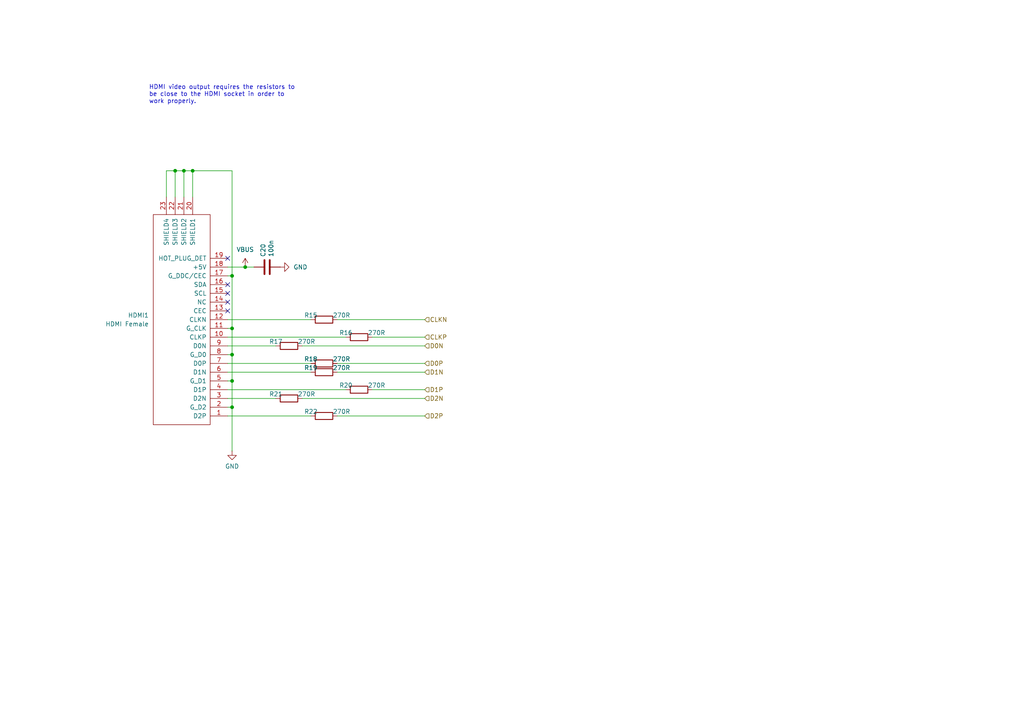
<source format=kicad_sch>
(kicad_sch (version 20231120) (generator "eeschema") (generator_version "8.0")
  (paper "A4")
  (title_block (title "MiniFRANK") (date "2025-01-14") (rev "2.0") (company "Mikhail Matveev") (comment 1 "https://github.com/xtremespb/frank"))
  (lib_symbols
    (symbol "Device:C" (pin_numbers hide) (pin_names (offset 0.254))
      (property "Reference" "C" (at 0.635 2.54 0))
      (property "Value" "C" (at 0.635 -2.54 0))
      (symbol "C_0_1"
        (polyline (pts (xy -2.032 -0.762) (xy 2.032 -0.762)) (stroke (width 0.508)))
        (polyline (pts (xy -2.032 0.762) (xy 2.032 0.762)) (stroke (width 0.508)))
      )
      (symbol "C_1_1"
        (pin passive line (at 0 3.81 270) (length 2.794) (name "~") (number "1"))
        (pin passive line (at 0 -3.81 90) (length 2.794) (name "~") (number "2"))
      )
    )
    (symbol "Device:R" (pin_numbers hide) (pin_names (offset 0))
      (property "Reference" "R" (at 2.032 0 90))
      (property "Value" "R" (at 0 0 90))
      (symbol "R_0_1"
        (rectangle (start -1.016 -2.54) (end 1.016 2.54) (stroke (width 0.254)))
      )
      (symbol "R_1_1"
        (pin passive line (at 0 3.81 270) (length 1.27) (name "~") (number "1"))
        (pin passive line (at 0 -3.81 90) (length 1.27) (name "~") (number "2"))
      )
    )
    (symbol "FRANK:HDMI" (pin_names (offset 1.016))
      (property "Reference" "HDMI1" (at 12.7 -16.5101 0))
      (property "Value" "HDMI" (at 12.7 -13.9701 0))
      (symbol "HDMI_0_1"
        (rectangle (start -5.08 15.24) (end 11.43 -45.72))
      )
      (symbol "HDMI_1_1"
        (pin input line (at -10.16 12.7 0) (length 5.08) (name "D2P") (number "1"))
        (pin input line (at -10.16 -10.16 0) (length 5.08) (name "CLKP") (number "10"))
        (pin input line (at -10.16 -12.7 0) (length 5.08) (name "G_CLK") (number "11"))
        (pin input line (at -10.16 -15.24 0) (length 5.08) (name "CLKN") (number "12"))
        (pin input line (at -10.16 -17.78 0) (length 5.08) (name "CEC") (number "13"))
        (pin input line (at -10.16 -20.32 0) (length 5.08) (name "NC") (number "14"))
        (pin input line (at -10.16 -22.86 0) (length 5.08) (name "SCL") (number "15"))
        (pin input line (at -10.16 -25.4 0) (length 5.08) (name "SDA") (number "16"))
        (pin input line (at -10.16 -27.94 0) (length 5.08) (name "G_DDC/CEC") (number "17"))
        (pin input line (at -10.16 -30.48 0) (length 5.08) (name "+5V") (number "18"))
        (pin input line (at -10.16 -33.02 0) (length 5.08) (name "HOT_PLUG_DET") (number "19"))
        (pin input line (at -10.16 10.16 0) (length 5.08) (name "G_D2") (number "2"))
        (pin input line (at 0 -50.8 90) (length 5.08) (name "SHIELD1") (number "20"))
        (pin input line (at 2.54 -50.8 90) (length 5.08) (name "SHIELD2") (number "21"))
        (pin input line (at 5.08 -50.8 90) (length 5.08) (name "SHIELD3") (number "22"))
        (pin input line (at 7.62 -50.8 90) (length 5.08) (name "SHIELD4") (number "23"))
        (pin input line (at -10.16 7.62 0) (length 5.08) (name "D2N") (number "3"))
        (pin input line (at -10.16 5.08 0) (length 5.08) (name "D1P") (number "4"))
        (pin input line (at -10.16 2.54 0) (length 5.08) (name "G_D1") (number "5"))
        (pin input line (at -10.16 0 0) (length 5.08) (name "D1N") (number "6"))
        (pin input line (at -10.16 -2.54 0) (length 5.08) (name "D0P") (number "7"))
        (pin input line (at -10.16 -5.08 0) (length 5.08) (name "G_D0") (number "8"))
        (pin input line (at -10.16 -7.62 0) (length 5.08) (name "D0N") (number "9"))
      )
    )
    (symbol "GND_1" (power) (pin_numbers hide) (pin_names (offset 0) hide)
      (property "Value" "GND" (at 0 -3.81 0))
      (symbol "GND_1_0_1"
        (polyline (pts (xy 0 0) (xy 0 -1.27) (xy 1.27 -1.27) (xy 0 -2.54) (xy -1.27 -1.27) (xy 0 -1.27)))
      )
      (symbol "GND_1_1_1"
        (pin power_in line (at 0 0 270) (length 0) (name "~") (number "1"))
      )
    )
    (symbol "power:GND" (power) (pin_numbers hide) (pin_names (offset 0) hide)
      (property "Value" "GND" (at 0 -3.81 0))
      (symbol "GND_0_1"
        (polyline (pts (xy 0 0) (xy 0 -1.27) (xy 1.27 -1.27) (xy 0 -2.54) (xy -1.27 -1.27) (xy 0 -1.27)))
      )
      (symbol "GND_1_1"
        (pin power_in line (at 0 0 270) (length 0) (name "~") (number "1"))
      )
    )
    (symbol "power:VBUS" (power) (pin_numbers hide) (pin_names (offset 0) hide)
      (property "Value" "VBUS" (at 0 3.556 0))
      (symbol "VBUS_0_1"
        (polyline (pts (xy -0.762 1.27) (xy 0 2.54)))
        (polyline (pts (xy 0 0) (xy 0 2.54)))
        (polyline (pts (xy 0 2.54) (xy 0.762 1.27)))
      )
      (symbol "VBUS_1_1"
        (pin power_in line (at 0 0 90) (length 0) (name "~") (number "1"))
      )
    )
  )
  (junction (at 71.12 77.47))
  (junction (at 67.31 110.49))
  (junction (at 50.8 49.53))
  (junction (at 67.31 80.01))
  (junction (at 67.31 95.25))
  (junction (at 67.31 118.11))
  (junction (at 55.88 49.53))
  (junction (at 67.31 102.87))
  (junction (at 53.34 49.53))
  (no_connect (at 66.04 90.17))
  (no_connect (at 66.04 85.09))
  (no_connect (at 66.04 87.63))
  (no_connect (at 66.04 74.93))
  (no_connect (at 66.04 82.55))
  (wire (pts (xy 66.04 95.25) (xy 67.31 95.25)))
  (wire (pts (xy 67.31 110.49) (xy 67.31 118.11)))
  (wire (pts (xy 66.04 105.41) (xy 90.17 105.41)))
  (wire (pts (xy 87.63 115.57) (xy 123.19 115.57)))
  (wire (pts (xy 66.04 120.65) (xy 90.17 120.65)))
  (wire (pts (xy 66.04 102.87) (xy 67.31 102.87)))
  (wire (pts (xy 67.31 49.53) (xy 55.88 49.53)))
  (wire (pts (xy 53.34 49.53) (xy 53.34 57.15)))
  (wire (pts (xy 87.63 100.33) (xy 123.19 100.33)))
  (wire (pts (xy 55.88 49.53) (xy 53.34 49.53)))
  (wire (pts (xy 107.95 113.03) (xy 123.19 113.03)))
  (wire (pts (xy 67.31 102.87) (xy 67.31 110.49)))
  (wire (pts (xy 67.31 95.25) (xy 67.31 102.87)))
  (wire (pts (xy 97.79 107.95) (xy 123.19 107.95)))
  (wire (pts (xy 50.8 49.53) (xy 50.8 57.15)))
  (wire (pts (xy 66.04 92.71) (xy 90.17 92.71)))
  (wire (pts (xy 66.04 77.47) (xy 71.12 77.47)))
  (wire (pts (xy 66.04 113.03) (xy 100.33 113.03)))
  (wire (pts (xy 66.04 118.11) (xy 67.31 118.11)))
  (wire (pts (xy 67.31 118.11) (xy 67.31 130.81)))
  (wire (pts (xy 97.79 92.71) (xy 123.19 92.71)))
  (wire (pts (xy 97.79 105.41) (xy 123.19 105.41)))
  (wire (pts (xy 67.31 95.25) (xy 67.31 80.01)))
  (wire (pts (xy 50.8 49.53) (xy 48.26 49.53)))
  (wire (pts (xy 66.04 110.49) (xy 67.31 110.49)))
  (wire (pts (xy 66.04 80.01) (xy 67.31 80.01)))
  (wire (pts (xy 66.04 97.79) (xy 100.33 97.79)))
  (wire (pts (xy 67.31 80.01) (xy 67.31 49.53)))
  (wire (pts (xy 71.12 77.47) (xy 73.66 77.47)))
  (wire (pts (xy 107.95 97.79) (xy 123.19 97.79)))
  (wire (pts (xy 66.04 115.57) (xy 80.01 115.57)))
  (wire (pts (xy 53.34 49.53) (xy 50.8 49.53)))
  (wire (pts (xy 66.04 107.95) (xy 90.17 107.95)))
  (wire (pts (xy 48.26 49.53) (xy 48.26 57.15)))
  (wire (pts (xy 55.88 49.53) (xy 55.88 57.15)))
  (wire (pts (xy 97.79 120.65) (xy 123.19 120.65)))
  (wire (pts (xy 66.04 100.33) (xy 80.01 100.33)))
  (text "HDMI video output requires the resistors to\nbe close to the HDMI socket in order to\nwork properly." (at 43.18 27.432 0) (effects (font (size 1.27 1.27)) (justify left)))
  (hierarchical_label "D2P" (shape input) (at 123.19 120.65 0))
  (hierarchical_label "CLKP" (shape input) (at 123.19 97.79 0))
  (hierarchical_label "D2N" (shape input) (at 123.19 115.57 0))
  (hierarchical_label "CLKN" (shape input) (at 123.19 92.71 0))
  (hierarchical_label "D0P" (shape input) (at 123.19 105.41 0))
  (hierarchical_label "D1P" (shape input) (at 123.19 113.03 0))
  (hierarchical_label "D0N" (shape input) (at 123.19 100.33 0))
  (hierarchical_label "D1N" (shape input) (at 123.19 107.95 0))
  (symbol (lib_id "Device:R") (at 93.98 105.41 90) (unit 1)
    (property "Reference" "R18" (at 90.17 104.14 90))
    (property "Value" "270R" (at 99.06 104.14 90))
    (property "Footprint" "FRANK:Resistor (0805)" (effects (hide yes)))
    (property "Datasheet" "https://www.vishay.com/docs/28952/mcs0402at-mct0603at-mcu0805at-mca1206at.pdf" (effects (hide yes)))
    (property "AliExpress" "https://www.aliexpress.com/item/1005005945735199.html" (effects (hide yes)))
  )
  (symbol (lib_id "Device:R") (at 104.14 113.03 90) (unit 1)
    (property "Reference" "R20" (at 100.33 111.76 90))
    (property "Value" "270R" (at 109.22 111.76 90))
    (property "Footprint" "FRANK:Resistor (0805)" (effects (hide yes)))
    (property "Datasheet" "https://www.vishay.com/docs/28952/mcs0402at-mct0603at-mcu0805at-mca1206at.pdf" (effects (hide yes)))
    (property "AliExpress" "https://www.aliexpress.com/item/1005005945735199.html" (effects (hide yes)))
  )
  (symbol (lib_id "Device:R") (at 93.98 92.71 90) (unit 1)
    (property "Reference" "R15" (at 90.17 91.44 90))
    (property "Value" "270R" (at 99.06 91.44 90))
    (property "Footprint" "FRANK:Resistor (0805)" (effects (hide yes)))
    (property "Datasheet" "https://www.vishay.com/docs/28952/mcs0402at-mct0603at-mcu0805at-mca1206at.pdf" (effects (hide yes)))
    (property "AliExpress" "https://www.aliexpress.com/item/1005005945735199.html" (effects (hide yes)))
  )
  (symbol (lib_id "power:VBUS") (at 71.12 77.47 0) (unit 1)
    (property "Reference" "#PWR045" (effects (hide yes)))
    (property "Value" "VBUS" (at 71.12 72.39 0))
    (property "Description" "Power symbol creates a global label with name \"VBUS\"" (effects (hide yes)))
  )
  (symbol (lib_id "Device:R") (at 93.98 107.95 90) (unit 1)
    (property "Reference" "R19" (at 90.17 106.68 90))
    (property "Value" "270R" (at 99.06 106.68 90))
    (property "Footprint" "FRANK:Resistor (0805)" (effects (hide yes)))
    (property "Datasheet" "https://www.vishay.com/docs/28952/mcs0402at-mct0603at-mcu0805at-mca1206at.pdf" (effects (hide yes)))
    (property "AliExpress" "https://www.aliexpress.com/item/1005005945735199.html" (effects (hide yes)))
  )
  (symbol (lib_id "Device:C") (at 77.47 77.47 90) (unit 1)
    (property "Reference" "C20" (at 76.3016 74.549 0) (effects (justify left)))
    (property "Value" "100n" (at 78.613 74.549 0) (effects (justify left)))
    (property "Footprint" "FRANK:Capacitor (0805)" (effects (hide yes)))
    (property "Datasheet" "https://eu.mouser.com/datasheet/2/447/KEM_C1075_X7R_HT_SMD-3316221.pdf" (effects (hide yes)))
    (property "AliExpress" "https://www.aliexpress.com/item/33008008276.html" (effects (hide yes)))
  )
  (symbol (lib_id "Device:R") (at 83.82 100.33 90) (unit 1)
    (property "Reference" "R17" (at 80.01 99.06 90))
    (property "Value" "270R" (at 88.9 99.06 90))
    (property "Footprint" "FRANK:Resistor (0805)" (effects (hide yes)))
    (property "Datasheet" "https://www.vishay.com/docs/28952/mcs0402at-mct0603at-mcu0805at-mca1206at.pdf" (effects (hide yes)))
    (property "AliExpress" "https://www.aliexpress.com/item/1005005945735199.html" (effects (hide yes)))
  )
  (symbol (lib_id "power:GND") (at 67.31 130.81 0) (unit 1)
    (property "Reference" "#PWR047" (effects (hide yes)))
    (property "Value" "GND" (at 67.31 135.2534 0))
    (property "Description" "Power symbol creates a global label with name \"GND\" , ground" (effects (hide yes)))
  )
  (symbol (lib_name "GND_1") (lib_id "power:GND") (at 81.28 77.47 90) (unit 1)
    (property "Reference" "#PWR046" (effects (hide yes)))
    (property "Value" "GND" (at 85.09 77.4699 90) (effects (justify right)))
    (property "Description" "Power symbol creates a global label with name \"GND\" , ground" (effects (hide yes)))
  )
  (symbol (lib_id "Device:R") (at 104.14 97.79 90) (unit 1)
    (property "Reference" "R16" (at 100.33 96.52 90))
    (property "Value" "270R" (at 109.22 96.52 90))
    (property "Footprint" "FRANK:Resistor (0805)" (effects (hide yes)))
    (property "Datasheet" "https://www.vishay.com/docs/28952/mcs0402at-mct0603at-mcu0805at-mca1206at.pdf" (effects (hide yes)))
    (property "AliExpress" "https://www.aliexpress.com/item/1005005945735199.html" (effects (hide yes)))
  )
  (symbol (lib_id "FRANK:HDMI") (at 55.88 107.95 180) (unit 1)
    (property "Reference" "HDMI1" (at 43.18 91.4399 0) (effects (justify left)))
    (property "Value" "HDMI Female" (at 43.18 93.9799 0) (effects (justify left)))
    (property "Footprint" "FRANK:HDMI (female)" (effects (hide yes)))
    (property "Datasheet" "https://eu.mouser.com/datasheet/2/418/8/ENG_CD_1747981_G-2018509.pdf" (effects (hide yes)))
    (property "AliExpress" "https://www.aliexpress.com/item/1005005248842433.html" (effects (hide yes)))
  )
  (symbol (lib_id "Device:R") (at 93.98 120.65 90) (unit 1)
    (property "Reference" "R22" (at 90.17 119.38 90))
    (property "Value" "270R" (at 99.06 119.38 90))
    (property "Footprint" "FRANK:Resistor (0805)" (effects (hide yes)))
    (property "Datasheet" "https://www.vishay.com/docs/28952/mcs0402at-mct0603at-mcu0805at-mca1206at.pdf" (effects (hide yes)))
    (property "AliExpress" "https://www.aliexpress.com/item/1005005945735199.html" (effects (hide yes)))
  )
  (symbol (lib_id "Device:R") (at 83.82 115.57 90) (unit 1)
    (property "Reference" "R21" (at 80.01 114.3 90))
    (property "Value" "270R" (at 88.9 114.3 90))
    (property "Footprint" "FRANK:Resistor (0805)" (effects (hide yes)))
    (property "Datasheet" "https://www.vishay.com/docs/28952/mcs0402at-mct0603at-mcu0805at-mca1206at.pdf" (effects (hide yes)))
    (property "AliExpress" "https://www.aliexpress.com/item/1005005945735199.html" (effects (hide yes)))
  )
)
</source>
